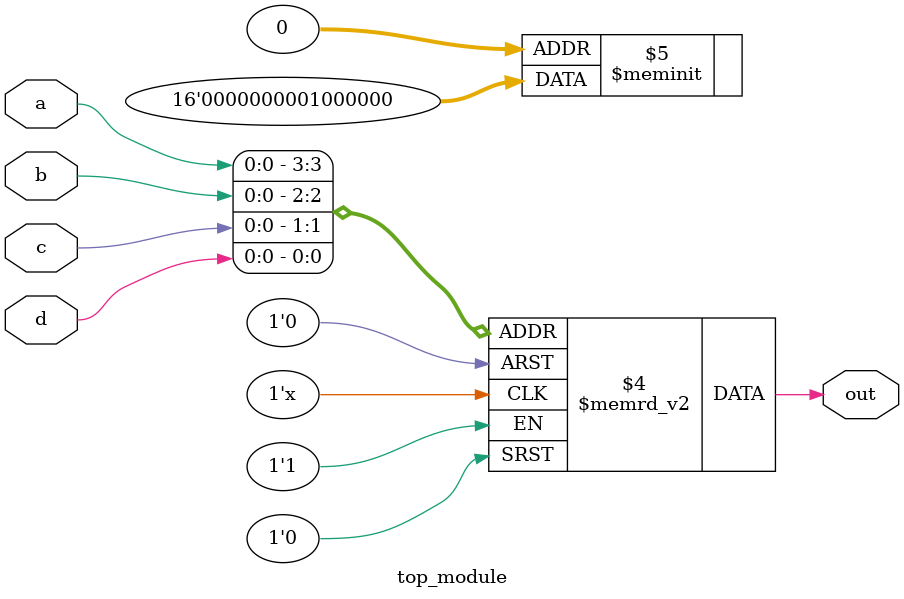
<source format=sv>
module top_module (
	input a, 
	input b,
	input c,
	input d,
	output reg out
);

	always @(*) begin
		case ({a, b, c, d})
			4'b0000: out = 1'b0;
			4'b0001: out = 1'b0;
			4'b0010: out = 1'b0;
			4'b0011: out = 1'b0;
			4'b0100: out = 1'b0;
			4'b0101: out = 1'b0;
			4'b0110: out = 1'b1;
			4'b0111: out = 1'b0;
			4'b1000: out = 1'b0;
			4'b1001: out = 1'b0;
			4'b1010: out = 1'b0;
			4'b1011: out = 1'b0;
			4'b1100: out = 1'b0;
			4'b1101: out = 1'b0;
			4'b1110: out = 1'b0;
			4'b1111: out = 1'b0;
			default: out = 1'b0;
		endcase
	end

endmodule

</source>
